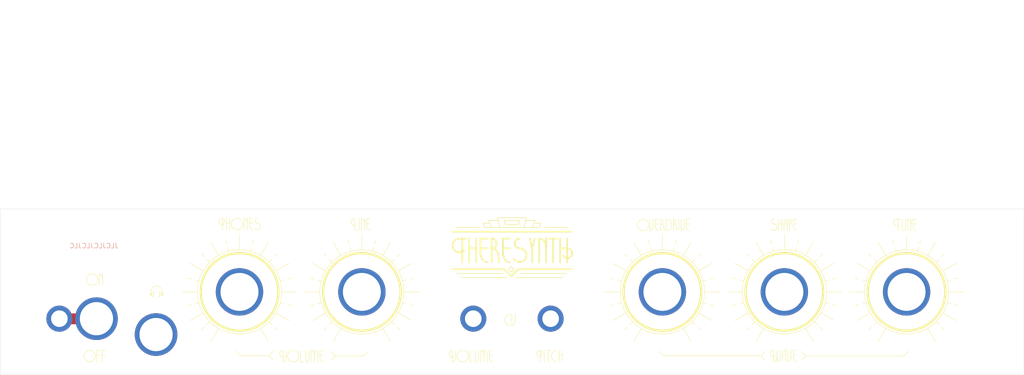
<source format=kicad_pcb>
(kicad_pcb (version 20171130) (host pcbnew 5.1.5-5.1.5)

  (general
    (thickness 1.6)
    (drawings 549)
    (tracks 0)
    (zones 0)
    (modules 10)
    (nets 1)
  )

  (page A4)
  (layers
    (0 F.Cu signal)
    (31 B.Cu signal)
    (32 B.Adhes user)
    (33 F.Adhes user)
    (34 B.Paste user)
    (35 F.Paste user)
    (36 B.SilkS user)
    (37 F.SilkS user)
    (38 B.Mask user)
    (39 F.Mask user)
    (40 Dwgs.User user)
    (41 Cmts.User user)
    (42 Eco1.User user)
    (43 Eco2.User user)
    (44 Edge.Cuts user)
    (45 Margin user)
    (46 B.CrtYd user)
    (47 F.CrtYd user)
    (48 B.Fab user)
    (49 F.Fab user)
  )

  (setup
    (last_trace_width 0.25)
    (trace_clearance 0.2)
    (zone_clearance 0.508)
    (zone_45_only no)
    (trace_min 0.2)
    (via_size 0.8)
    (via_drill 0.4)
    (via_min_size 0.4)
    (via_min_drill 0.3)
    (uvia_size 0.3)
    (uvia_drill 0.1)
    (uvias_allowed no)
    (uvia_min_size 0.2)
    (uvia_min_drill 0.1)
    (edge_width 0.05)
    (segment_width 0.2)
    (pcb_text_width 0.3)
    (pcb_text_size 1.5 1.5)
    (mod_edge_width 0.12)
    (mod_text_size 1 1)
    (mod_text_width 0.15)
    (pad_size 5.5 5.5)
    (pad_drill 3.5)
    (pad_to_mask_clearance 0.051)
    (solder_mask_min_width 0.25)
    (aux_axis_origin 0 0)
    (grid_origin 44 129.47)
    (visible_elements FFFFFF7F)
    (pcbplotparams
      (layerselection 0x010fc_ffffffff)
      (usegerberextensions false)
      (usegerberattributes false)
      (usegerberadvancedattributes false)
      (creategerberjobfile false)
      (excludeedgelayer true)
      (linewidth 0.100000)
      (plotframeref false)
      (viasonmask false)
      (mode 1)
      (useauxorigin false)
      (hpglpennumber 1)
      (hpglpenspeed 20)
      (hpglpendiameter 15.000000)
      (psnegative false)
      (psa4output false)
      (plotreference true)
      (plotvalue true)
      (plotinvisibletext false)
      (padsonsilk false)
      (subtractmaskfromsilk false)
      (outputformat 1)
      (mirror false)
      (drillshape 1)
      (scaleselection 1)
      (outputdirectory ""))
  )

  (net 0 "")

  (net_class Default "This is the default net class."
    (clearance 0.2)
    (trace_width 0.25)
    (via_dia 0.8)
    (via_drill 0.4)
    (uvia_dia 0.3)
    (uvia_drill 0.1)
  )

  (net_class Power ""
    (clearance 0.4)
    (trace_width 0.5)
    (via_dia 0.8)
    (via_drill 0.4)
    (uvia_dia 0.3)
    (uvia_drill 0.1)
  )

  (module theresynth-frontpanel:led_panel_hole (layer F.Cu) (tedit 5F917832) (tstamp 5F91CCBB)
    (at 159.1 86.17)
    (fp_text reference REF** (at 0 0.5) (layer F.SilkS) hide
      (effects (font (size 1 1) (thickness 0.15)))
    )
    (fp_text value led_panel_hole (at 0 -0.5) (layer F.Fab) hide
      (effects (font (size 1 1) (thickness 0.15)))
    )
    (pad 1 thru_hole circle (at 0.04 66.98) (size 5.5 5.5) (drill 3.5) (layers *.Cu *.Mask))
  )

  (module theresynth-frontpanel:led_panel_hole (layer F.Cu) (tedit 5F9177DC) (tstamp 5F91CC59)
    (at 142.8 108.47)
    (fp_text reference REF** (at 0 0.5) (layer F.SilkS) hide
      (effects (font (size 1 1) (thickness 0.15)))
    )
    (fp_text value led_panel_hole (at 0 -0.5) (layer F.Fab) hide
      (effects (font (size 1 1) (thickness 0.15)))
    )
    (pad 1 thru_hole circle (at 0.02 44.68) (size 5.5 5.5) (drill 3.5) (layers *.Cu *.Mask))
  )

  (module theresynth-frontpanel:led_panel_hole (layer F.Cu) (tedit 5F917691) (tstamp 5F91C9CB)
    (at 55.5 130.77)
    (fp_text reference REF** (at 0 0.5) (layer F.SilkS) hide
      (effects (font (size 1 1) (thickness 0.15)))
    )
    (fp_text value led_panel_hole (at 0 -0.5) (layer F.Fab) hide
      (effects (font (size 1 1) (thickness 0.15)))
    )
    (pad 1 thru_hole circle (at 0 22.38) (size 5.5 5.5) (drill 3.5) (layers *.Cu *.Mask))
  )

  (module theresynth-frontpanel:stereo_jack_panel_hole (layer F.Cu) (tedit 5F917522) (tstamp 5F91C827)
    (at 63.325 147.5)
    (fp_text reference REF** (at 0 0.5) (layer F.SilkS) hide
      (effects (font (size 1 1) (thickness 0.15)))
    )
    (fp_text value stereo_jack_panel_hole (at 0 -0.5) (layer F.Fab) hide
      (effects (font (size 1 1) (thickness 0.15)))
    )
    (pad 1 thru_hole circle (at 0 5.65) (size 9 9) (drill 7) (layers *.Cu *.Mask))
  )

  (module theresynth-frontpanel:stereo_jack_panel_hole (layer F.Cu) (tedit 5F91732A) (tstamp 5F91C755)
    (at 75.9 147.5)
    (fp_text reference REF** (at 0 0.5) (layer F.SilkS) hide
      (effects (font (size 1 1) (thickness 0.15)))
    )
    (fp_text value stereo_jack_panel_hole (at 0 -0.5) (layer F.Fab) hide
      (effects (font (size 1 1) (thickness 0.15)))
    )
    (pad 1 thru_hole circle (at 0 9) (size 9 9) (drill 7) (layers *.Cu *.Mask))
  )

  (module theresynth-frontpanel:PotentiometerPanel_Hole (layer F.Cu) (tedit 5F907DB2) (tstamp 5F90E4D1)
    (at 234.5 116.47)
    (fp_text reference REF** (at 0 0.5) (layer F.SilkS) hide
      (effects (font (size 1 1) (thickness 0.15)))
    )
    (fp_text value PotentiometerPanel_Hole (at 0 -0.5) (layer F.Fab) hide
      (effects (font (size 1 1) (thickness 0.15)))
    )
    (pad 1 thru_hole circle (at -0.27 31.03) (size 10 10) (drill 8) (layers *.Cu *.Mask))
  )

  (module theresynth-frontpanel:PotentiometerPanel_Hole (layer F.Cu) (tedit 5F907DA9) (tstamp 5F90E4D1)
    (at 208.5 116.47)
    (fp_text reference REF** (at 0 0.5) (layer F.SilkS) hide
      (effects (font (size 1 1) (thickness 0.15)))
    )
    (fp_text value PotentiometerPanel_Hole (at 0 -0.5) (layer F.Fab) hide
      (effects (font (size 1 1) (thickness 0.15)))
    )
    (pad 1 thru_hole circle (at -0.05 31.03) (size 10 10) (drill 8) (layers *.Cu *.Mask))
  )

  (module theresynth-frontpanel:PotentiometerPanel_Hole (layer F.Cu) (tedit 5F907D9D) (tstamp 5F90E4D1)
    (at 183 116.47)
    (fp_text reference REF** (at 0 0.5) (layer F.SilkS) hide
      (effects (font (size 1 1) (thickness 0.15)))
    )
    (fp_text value PotentiometerPanel_Hole (at 0 -0.5) (layer F.Fab) hide
      (effects (font (size 1 1) (thickness 0.15)))
    )
    (pad 1 thru_hole circle (at -0.28 31.03) (size 10 10) (drill 8) (layers *.Cu *.Mask))
  )

  (module theresynth-frontpanel:PotentiometerPanel_Hole (layer F.Cu) (tedit 5F907CFF) (tstamp 5F90E18D)
    (at 119.5 131.97)
    (fp_text reference REF** (at 0 0.5) (layer F.SilkS) hide
      (effects (font (size 1 1) (thickness 0.15)))
    )
    (fp_text value PotentiometerPanel_Hole (at 0 -0.5) (layer F.Fab) hide
      (effects (font (size 1 1) (thickness 0.15)))
    )
    (pad 1 thru_hole circle (at -0.18 15.53) (size 10 10) (drill 8) (layers *.Cu *.Mask))
  )

  (module theresynth-frontpanel:PotentiometerPanel_Hole (layer F.Cu) (tedit 5F907B7D) (tstamp 5F90E0FF)
    (at 93.5 147.5)
    (fp_text reference REF** (at 0 0.5) (layer F.SilkS) hide
      (effects (font (size 1 1) (thickness 0.15)))
    )
    (fp_text value PotentiometerPanel_Hole (at 0 -0.5) (layer F.Fab) hide
      (effects (font (size 1 1) (thickness 0.15)))
    )
    (pad 1 thru_hole circle (at 0 0) (size 10 10) (drill 8) (layers *.Cu *.Mask))
  )

  (gr_text JLCJLCJLCJLC (at 62.8 137.77) (layer B.SilkS)
    (effects (font (size 1 1) (thickness 0.15)) (justify mirror))
  )
  (gr_line (start 82.611304 144.58336) (end 83.37953 144.7894) (layer F.SilkS) (width 0.1) (tstamp 5F94647B))
  (gr_line (start 100.372881 140.647935) (end 99.810675 141.210142) (layer F.SilkS) (width 0.1) (tstamp 5F94647A))
  (gr_line (start 103.980622 153.547979) (end 101.225544 151.956723) (layer F.SilkS) (width 0.1) (tstamp 5F946479))
  (gr_line (start 90.8 137.37) (end 90.594001 136.601794) (layer F.SilkS) (width 0.1) (tstamp 5F946478))
  (gr_line (start 85.533032 139.523522) (end 86.095239 140.085729) (layer F.SilkS) (width 0.1) (tstamp 5F946477))
  (gr_line (start 86.657445 140.647935) (end 87.219651 141.210142) (layer F.SilkS) (width 0.1) (tstamp 5F946476))
  (gr_line (start 102.88356 144.99544) (end 102.115354 145.20146) (layer F.SilkS) (width 0.1) (tstamp 5F946475))
  (gr_line (start 103.651766 150.221887) (end 104.420174 150.427907) (layer F.SilkS) (width 0.1) (tstamp 5F946474))
  (gr_line (start 87.219651 153.801165) (end 86.657445 154.363372) (layer F.SilkS) (width 0.1) (tstamp 5F946473))
  (gr_line (start 97.967344 139.795212) (end 99.557529 137.040134) (layer F.SilkS) (width 0.1) (tstamp 5F946472))
  (gr_circle (center 93.52 147.5) (end 102.4 147.5) (layer F.SilkS) (width 0.1) (tstamp 5F946471))
  (gr_line (start 101.498446 139.523522) (end 100.93628 140.085729) (layer F.SilkS) (width 0.1) (tstamp 5F946470))
  (gr_line (start 103.980622 141.463268) (end 101.225544 143.053472) (layer F.SilkS) (width 0.1) (tstamp 5F94646F))
  (gr_line (start 104.420174 144.58336) (end 103.651766 144.7894) (layer F.SilkS) (width 0.1) (tstamp 5F94646E))
  (gr_line (start 84.147777 144.99544) (end 84.916023 145.20146) (layer F.SilkS) (width 0.1) (tstamp 5F94646D))
  (gr_line (start 102.115354 149.809807) (end 102.88356 150.015847) (layer F.SilkS) (width 0.1) (tstamp 5F94646C))
  (gr_line (start 83.37953 150.221887) (end 82.611304 150.427907) (layer F.SilkS) (width 0.1) (tstamp 5F94646B))
  (gr_line (start 96.025357 138.137196) (end 95.819337 138.905402) (layer F.SilkS) (width 0.1) (tstamp 5F94646A))
  (gr_line (start 81.41896 147.505088) (end 84.599248 147.505088) (layer F.SilkS) (width 0.1) (tstamp 5F946469))
  (gr_line (start 91.21099 138.906413) (end 91.00495 138.138207) (layer F.SilkS) (width 0.1) (tstamp 5F946468))
  (gr_line (start 93.515708 135.421509) (end 93.515708 138.603008) (layer F.SilkS) (width 0.1) (tstamp 5F946467))
  (gr_line (start 85.804823 143.054563) (end 83.049664 141.463268) (layer F.SilkS) (width 0.1) (tstamp 5F946466))
  (gr_line (start 99.557529 157.971132) (end 97.967344 155.215973) (layer F.SilkS) (width 0.1) (tstamp 5F946465))
  (gr_line (start 100.93628 154.925578) (end 101.498446 155.487764) (layer F.SilkS) (width 0.1) (tstamp 5F946464))
  (gr_line (start 86.095239 154.925578) (end 85.533032 155.487764) (layer F.SilkS) (width 0.1) (tstamp 5F946463))
  (gr_line (start 96.437437 136.601794) (end 96.231397 137.37) (layer F.SilkS) (width 0.1) (tstamp 5F946462))
  (gr_line (start 85.804823 151.956723) (end 83.049685 153.547979) (layer F.SilkS) (width 0.1) (tstamp 5F946461))
  (gr_line (start 84.916023 149.809807) (end 84.147777 150.015847) (layer F.SilkS) (width 0.1) (tstamp 5F946460))
  (gr_line (start 89.064073 139.795212) (end 87.472818 137.040134) (layer F.SilkS) (width 0.1) (tstamp 5F94645F))
  (gr_line (start 102.41896 147.505088) (end 105.599248 147.505088) (layer F.SilkS) (width 0.1) (tstamp 5F94645E))
  (gr_line (start 99.810675 153.801165) (end 100.372881 154.363372) (layer F.SilkS) (width 0.1) (tstamp 5F94645D))
  (gr_line (start 87.472818 157.971132) (end 89.064073 155.215973) (layer F.SilkS) (width 0.1) (tstamp 5F94645C))
  (gr_circle (center 93.52 147.5) (end 101.7 147.5) (layer F.SilkS) (width 0.5) (tstamp 5F94645B))
  (gr_line (start 107.21896 147.505088) (end 110.399248 147.505088) (layer F.SilkS) (width 0.1) (tstamp 5F946458))
  (gr_circle (center 119.32 147.5) (end 127.5 147.5) (layer F.SilkS) (width 0.5) (tstamp 5F9463F7))
  (gr_line (start 129.780622 153.547979) (end 127.025544 151.956723) (layer F.SilkS) (width 0.1) (tstamp 5F9463F6))
  (gr_line (start 125.357529 157.971132) (end 123.767344 155.215973) (layer F.SilkS) (width 0.1) (tstamp 5F9463F5))
  (gr_line (start 111.604823 151.956723) (end 108.849685 153.547979) (layer F.SilkS) (width 0.1) (tstamp 5F9463F4))
  (gr_line (start 128.21896 147.505088) (end 131.399248 147.505088) (layer F.SilkS) (width 0.1) (tstamp 5F9463F3))
  (gr_line (start 123.767344 139.795212) (end 125.357529 137.040134) (layer F.SilkS) (width 0.1) (tstamp 5F9463F2))
  (gr_line (start 114.864073 139.795212) (end 113.272818 137.040134) (layer F.SilkS) (width 0.1) (tstamp 5F9463F1))
  (gr_line (start 117.01099 138.906413) (end 116.80495 138.138207) (layer F.SilkS) (width 0.1) (tstamp 5F9463F0))
  (gr_line (start 109.17953 150.221887) (end 108.411304 150.427907) (layer F.SilkS) (width 0.1) (tstamp 5F9463EF))
  (gr_line (start 109.947777 144.99544) (end 110.716023 145.20146) (layer F.SilkS) (width 0.1) (tstamp 5F9463EE))
  (gr_line (start 113.272818 157.971132) (end 114.864073 155.215973) (layer F.SilkS) (width 0.1) (tstamp 5F9463ED))
  (gr_line (start 130.220174 144.58336) (end 129.451766 144.7894) (layer F.SilkS) (width 0.1) (tstamp 5F9463EC))
  (gr_line (start 128.68356 144.99544) (end 127.915354 145.20146) (layer F.SilkS) (width 0.1) (tstamp 5F9463EB))
  (gr_line (start 127.915354 149.809807) (end 128.68356 150.015847) (layer F.SilkS) (width 0.1) (tstamp 5F9463EA))
  (gr_line (start 122.237437 136.601794) (end 122.031397 137.37) (layer F.SilkS) (width 0.1) (tstamp 5F9463E9))
  (gr_line (start 121.825357 138.137196) (end 121.619337 138.905402) (layer F.SilkS) (width 0.1) (tstamp 5F9463E8))
  (gr_line (start 119.315708 135.421509) (end 119.315708 138.603008) (layer F.SilkS) (width 0.1) (tstamp 5F9463E7))
  (gr_line (start 111.895239 154.925578) (end 111.333032 155.487764) (layer F.SilkS) (width 0.1) (tstamp 5F9463E6))
  (gr_line (start 110.716023 149.809807) (end 109.947777 150.015847) (layer F.SilkS) (width 0.1) (tstamp 5F9463E5))
  (gr_line (start 125.610675 153.801165) (end 126.172881 154.363372) (layer F.SilkS) (width 0.1) (tstamp 5F9463E4))
  (gr_line (start 113.019651 153.801165) (end 112.457445 154.363372) (layer F.SilkS) (width 0.1) (tstamp 5F9463E3))
  (gr_line (start 126.73628 154.925578) (end 127.298446 155.487764) (layer F.SilkS) (width 0.1) (tstamp 5F9463E2))
  (gr_line (start 111.604823 143.054563) (end 108.849664 141.463268) (layer F.SilkS) (width 0.1) (tstamp 5F9463E1))
  (gr_line (start 112.457445 140.647935) (end 113.019651 141.210142) (layer F.SilkS) (width 0.1) (tstamp 5F9463E0))
  (gr_line (start 129.451766 150.221887) (end 130.220174 150.427907) (layer F.SilkS) (width 0.1) (tstamp 5F9463DF))
  (gr_line (start 129.780622 141.463268) (end 127.025544 143.053472) (layer F.SilkS) (width 0.1) (tstamp 5F9463DE))
  (gr_line (start 111.333032 139.523522) (end 111.895239 140.085729) (layer F.SilkS) (width 0.1) (tstamp 5F9463DD))
  (gr_line (start 127.298446 139.523522) (end 126.73628 140.085729) (layer F.SilkS) (width 0.1) (tstamp 5F9463DC))
  (gr_line (start 126.172881 140.647935) (end 125.610675 141.210142) (layer F.SilkS) (width 0.1) (tstamp 5F9463DB))
  (gr_circle (center 119.32 147.5) (end 128.2 147.5) (layer F.SilkS) (width 0.1) (tstamp 5F9463DA))
  (gr_line (start 108.411304 144.58336) (end 109.17953 144.7894) (layer F.SilkS) (width 0.1) (tstamp 5F9463D9))
  (gr_line (start 116.6 137.37) (end 116.394001 136.601794) (layer F.SilkS) (width 0.1) (tstamp 5F9463D8))
  (gr_circle (center 234.23 147.5) (end 242.41 147.5) (layer F.SilkS) (width 0.5) (tstamp 5F9462B4))
  (gr_line (start 244.710622 153.537979) (end 241.955544 151.946723) (layer F.SilkS) (width 0.1) (tstamp 5F9462B3))
  (gr_line (start 240.287529 157.961132) (end 238.697344 155.205973) (layer F.SilkS) (width 0.1) (tstamp 5F9462B2))
  (gr_line (start 226.534823 151.946723) (end 223.779685 153.537979) (layer F.SilkS) (width 0.1) (tstamp 5F9462B1))
  (gr_line (start 243.14896 147.495088) (end 246.329248 147.495088) (layer F.SilkS) (width 0.1) (tstamp 5F9462B0))
  (gr_line (start 238.697344 139.785212) (end 240.287529 137.030134) (layer F.SilkS) (width 0.1) (tstamp 5F9462AF))
  (gr_line (start 229.794073 139.785212) (end 228.202818 137.030134) (layer F.SilkS) (width 0.1) (tstamp 5F9462AE))
  (gr_line (start 231.94099 138.896413) (end 231.73495 138.128207) (layer F.SilkS) (width 0.1) (tstamp 5F9462AD))
  (gr_line (start 224.10953 150.211887) (end 223.341304 150.417907) (layer F.SilkS) (width 0.1) (tstamp 5F9462AC))
  (gr_line (start 224.877777 144.98544) (end 225.646023 145.19146) (layer F.SilkS) (width 0.1) (tstamp 5F9462AB))
  (gr_line (start 228.202818 157.961132) (end 229.794073 155.205973) (layer F.SilkS) (width 0.1) (tstamp 5F9462AA))
  (gr_line (start 245.150174 144.57336) (end 244.381766 144.7794) (layer F.SilkS) (width 0.1) (tstamp 5F9462A9))
  (gr_line (start 243.61356 144.98544) (end 242.845354 145.19146) (layer F.SilkS) (width 0.1) (tstamp 5F9462A8))
  (gr_line (start 242.845354 149.799807) (end 243.61356 150.005847) (layer F.SilkS) (width 0.1) (tstamp 5F9462A7))
  (gr_line (start 237.167437 136.591794) (end 236.961397 137.36) (layer F.SilkS) (width 0.1) (tstamp 5F9462A6))
  (gr_line (start 236.755357 138.127196) (end 236.549337 138.895402) (layer F.SilkS) (width 0.1) (tstamp 5F9462A5))
  (gr_line (start 234.245708 135.411509) (end 234.245708 138.593008) (layer F.SilkS) (width 0.1) (tstamp 5F9462A4))
  (gr_line (start 226.825239 154.915578) (end 226.263032 155.477764) (layer F.SilkS) (width 0.1) (tstamp 5F9462A3))
  (gr_line (start 225.646023 149.799807) (end 224.877777 150.005847) (layer F.SilkS) (width 0.1) (tstamp 5F9462A2))
  (gr_line (start 240.540675 153.791165) (end 241.102881 154.353372) (layer F.SilkS) (width 0.1) (tstamp 5F9462A1))
  (gr_line (start 227.949651 153.791165) (end 227.387445 154.353372) (layer F.SilkS) (width 0.1) (tstamp 5F9462A0))
  (gr_line (start 241.66628 154.915578) (end 242.228446 155.477764) (layer F.SilkS) (width 0.1) (tstamp 5F94629F))
  (gr_line (start 226.534823 143.044563) (end 223.779664 141.453268) (layer F.SilkS) (width 0.1) (tstamp 5F94629E))
  (gr_line (start 227.387445 140.637935) (end 227.949651 141.200142) (layer F.SilkS) (width 0.1) (tstamp 5F94629D))
  (gr_line (start 244.381766 150.211887) (end 245.150174 150.417907) (layer F.SilkS) (width 0.1) (tstamp 5F94629C))
  (gr_line (start 222.161 147.495088) (end 225.342478 147.495088) (layer F.SilkS) (width 0.1) (tstamp 5F94629B))
  (gr_line (start 244.710622 141.453268) (end 241.955544 143.043472) (layer F.SilkS) (width 0.1) (tstamp 5F94629A))
  (gr_line (start 226.263032 139.513522) (end 226.825239 140.075729) (layer F.SilkS) (width 0.1) (tstamp 5F946299))
  (gr_line (start 242.228446 139.513522) (end 241.66628 140.075729) (layer F.SilkS) (width 0.1) (tstamp 5F946298))
  (gr_line (start 241.102881 140.637935) (end 240.540675 141.200142) (layer F.SilkS) (width 0.1) (tstamp 5F946297))
  (gr_circle (center 234.23 147.5) (end 243.11 147.5) (layer F.SilkS) (width 0.1) (tstamp 5F946296))
  (gr_line (start 223.341304 144.57336) (end 224.10953 144.7794) (layer F.SilkS) (width 0.1) (tstamp 5F946295))
  (gr_line (start 231.53 137.36) (end 231.324001 136.591794) (layer F.SilkS) (width 0.1) (tstamp 5F946294))
  (gr_circle (center 208.45 147.49) (end 216.63 147.49) (layer F.SilkS) (width 0.5) (tstamp 5F9462B4))
  (gr_line (start 218.960622 153.537979) (end 216.205544 151.946723) (layer F.SilkS) (width 0.1) (tstamp 5F9462B3))
  (gr_line (start 214.537529 157.961132) (end 212.947344 155.205973) (layer F.SilkS) (width 0.1) (tstamp 5F9462B2))
  (gr_line (start 200.784823 151.946723) (end 198.029685 153.537979) (layer F.SilkS) (width 0.1) (tstamp 5F9462B1))
  (gr_line (start 217.39896 147.495088) (end 220.579248 147.495088) (layer F.SilkS) (width 0.1) (tstamp 5F9462B0))
  (gr_line (start 212.947344 139.785212) (end 214.537529 137.030134) (layer F.SilkS) (width 0.1) (tstamp 5F9462AF))
  (gr_line (start 204.044073 139.785212) (end 202.452818 137.030134) (layer F.SilkS) (width 0.1) (tstamp 5F9462AE))
  (gr_line (start 206.19099 138.896413) (end 205.98495 138.128207) (layer F.SilkS) (width 0.1) (tstamp 5F9462AD))
  (gr_line (start 198.35953 150.211887) (end 197.591304 150.417907) (layer F.SilkS) (width 0.1) (tstamp 5F9462AC))
  (gr_line (start 199.127777 144.98544) (end 199.896023 145.19146) (layer F.SilkS) (width 0.1) (tstamp 5F9462AB))
  (gr_line (start 202.452818 157.961132) (end 204.044073 155.205973) (layer F.SilkS) (width 0.1) (tstamp 5F9462AA))
  (gr_line (start 219.400174 144.57336) (end 218.631766 144.7794) (layer F.SilkS) (width 0.1) (tstamp 5F9462A9))
  (gr_line (start 217.86356 144.98544) (end 217.095354 145.19146) (layer F.SilkS) (width 0.1) (tstamp 5F9462A8))
  (gr_line (start 217.095354 149.799807) (end 217.86356 150.005847) (layer F.SilkS) (width 0.1) (tstamp 5F9462A7))
  (gr_line (start 211.417437 136.591794) (end 211.211397 137.36) (layer F.SilkS) (width 0.1) (tstamp 5F9462A6))
  (gr_line (start 211.005357 138.127196) (end 210.799337 138.895402) (layer F.SilkS) (width 0.1) (tstamp 5F9462A5))
  (gr_line (start 208.495708 135.411509) (end 208.495708 138.593008) (layer F.SilkS) (width 0.1) (tstamp 5F9462A4))
  (gr_line (start 201.075239 154.915578) (end 200.513032 155.477764) (layer F.SilkS) (width 0.1) (tstamp 5F9462A3))
  (gr_line (start 199.896023 149.799807) (end 199.127777 150.005847) (layer F.SilkS) (width 0.1) (tstamp 5F9462A2))
  (gr_line (start 214.790675 153.791165) (end 215.352881 154.353372) (layer F.SilkS) (width 0.1) (tstamp 5F9462A1))
  (gr_line (start 202.199651 153.791165) (end 201.637445 154.353372) (layer F.SilkS) (width 0.1) (tstamp 5F9462A0))
  (gr_line (start 215.91628 154.915578) (end 216.478446 155.477764) (layer F.SilkS) (width 0.1) (tstamp 5F94629F))
  (gr_line (start 200.784823 143.044563) (end 198.029664 141.453268) (layer F.SilkS) (width 0.1) (tstamp 5F94629E))
  (gr_line (start 201.637445 140.637935) (end 202.199651 141.200142) (layer F.SilkS) (width 0.1) (tstamp 5F94629D))
  (gr_line (start 218.631766 150.211887) (end 219.400174 150.417907) (layer F.SilkS) (width 0.1) (tstamp 5F94629C))
  (gr_line (start 196.411 147.495088) (end 199.592478 147.495088) (layer F.SilkS) (width 0.1) (tstamp 5F94629B))
  (gr_line (start 218.960622 141.453268) (end 216.205544 143.043472) (layer F.SilkS) (width 0.1) (tstamp 5F94629A))
  (gr_line (start 200.513032 139.513522) (end 201.075239 140.075729) (layer F.SilkS) (width 0.1) (tstamp 5F946299))
  (gr_line (start 216.478446 139.513522) (end 215.91628 140.075729) (layer F.SilkS) (width 0.1) (tstamp 5F946298))
  (gr_line (start 215.352881 140.637935) (end 214.790675 141.200142) (layer F.SilkS) (width 0.1) (tstamp 5F946297))
  (gr_circle (center 208.45 147.49) (end 217.33 147.49) (layer F.SilkS) (width 0.1) (tstamp 5F946296))
  (gr_line (start 197.591304 144.57336) (end 198.35953 144.7794) (layer F.SilkS) (width 0.1) (tstamp 5F946295))
  (gr_line (start 205.78 137.36) (end 205.574001 136.591794) (layer F.SilkS) (width 0.1) (tstamp 5F946294))
  (gr_circle (center 182.72 147.5) (end 190.9 147.5) (layer F.SilkS) (width 0.5) (tstamp 5F9461EF))
  (gr_circle (center 182.72 147.5) (end 191.6 147.5) (layer F.SilkS) (width 0.1))
  (gr_line (start 193.180622 153.547979) (end 190.425544 151.956723) (layer F.SilkS) (width 0.1))
  (gr_line (start 188.757529 157.971132) (end 187.167344 155.215973) (layer F.SilkS) (width 0.1))
  (gr_line (start 175.004823 151.956723) (end 172.249685 153.547979) (layer F.SilkS) (width 0.1))
  (gr_line (start 191.61896 147.505088) (end 194.799248 147.505088) (layer F.SilkS) (width 0.1))
  (gr_line (start 187.167344 139.795212) (end 188.757529 137.040134) (layer F.SilkS) (width 0.1))
  (gr_line (start 178.264073 139.795212) (end 176.672818 137.040134) (layer F.SilkS) (width 0.1))
  (gr_line (start 180.41099 138.906413) (end 180.20495 138.138207) (layer F.SilkS) (width 0.1))
  (gr_line (start 172.57953 150.221887) (end 171.811304 150.427907) (layer F.SilkS) (width 0.1))
  (gr_line (start 173.347777 144.99544) (end 174.116023 145.20146) (layer F.SilkS) (width 0.1))
  (gr_line (start 176.672818 157.971132) (end 178.264073 155.215973) (layer F.SilkS) (width 0.1))
  (gr_line (start 193.620174 144.58336) (end 192.851766 144.7894) (layer F.SilkS) (width 0.1))
  (gr_line (start 192.08356 144.99544) (end 191.315354 145.20146) (layer F.SilkS) (width 0.1))
  (gr_line (start 191.315354 149.809807) (end 192.08356 150.015847) (layer F.SilkS) (width 0.1))
  (gr_line (start 185.637437 136.601794) (end 185.431397 137.37) (layer F.SilkS) (width 0.1))
  (gr_line (start 185.225357 138.137196) (end 185.019337 138.905402) (layer F.SilkS) (width 0.1))
  (gr_line (start 182.715708 135.421509) (end 182.715708 138.603008) (layer F.SilkS) (width 0.1))
  (gr_line (start 175.295239 154.925578) (end 174.733032 155.487764) (layer F.SilkS) (width 0.1))
  (gr_line (start 174.116023 149.809807) (end 173.347777 150.015847) (layer F.SilkS) (width 0.1))
  (gr_line (start 189.010675 153.801165) (end 189.572881 154.363372) (layer F.SilkS) (width 0.1))
  (gr_line (start 176.419651 153.801165) (end 175.857445 154.363372) (layer F.SilkS) (width 0.1))
  (gr_line (start 190.13628 154.925578) (end 190.698446 155.487764) (layer F.SilkS) (width 0.1))
  (gr_line (start 175.004823 143.054563) (end 172.249664 141.463268) (layer F.SilkS) (width 0.1))
  (gr_line (start 175.857445 140.647935) (end 176.419651 141.210142) (layer F.SilkS) (width 0.1))
  (gr_line (start 192.851766 150.221887) (end 193.620174 150.427907) (layer F.SilkS) (width 0.1))
  (gr_line (start 170.631 147.505088) (end 173.812478 147.505088) (layer F.SilkS) (width 0.1))
  (gr_line (start 193.180622 141.463268) (end 190.425544 143.053472) (layer F.SilkS) (width 0.1))
  (gr_line (start 174.733032 139.523522) (end 175.295239 140.085729) (layer F.SilkS) (width 0.1))
  (gr_line (start 190.698446 139.523522) (end 190.13628 140.085729) (layer F.SilkS) (width 0.1))
  (gr_line (start 189.572881 140.647935) (end 189.010675 141.210142) (layer F.SilkS) (width 0.1))
  (gr_line (start 171.811304 144.58336) (end 172.57953 144.7894) (layer F.SilkS) (width 0.1))
  (gr_line (start 180 137.37) (end 179.794001 136.601794) (layer F.SilkS) (width 0.1))
  (gr_line (start 182.892126 160.97) (end 181.9 159.977874) (layer F.SilkS) (width 0.1) (tstamp 5F9301D3))
  (gr_line (start 204.50433 159.97811) (end 203.512204 160.970236) (layer F.SilkS) (width 0.1) (tstamp 5F9301D2))
  (gr_line (start 197.559447 160.970236) (end 197.559447 160.970236) (layer F.SilkS) (width 0.1) (tstamp 5F9301D1))
  (gr_line (start 203.512204 160.970236) (end 182.892126 160.970236) (layer F.SilkS) (width 0.1) (tstamp 5F9301D0))
  (gr_line (start 203.512204 160.970236) (end 204.50433 161.962362) (layer F.SilkS) (width 0.1) (tstamp 5F9301CF))
  (gr_line (start 233.707874 160.993858) (end 234.7 160.001732) (layer F.SilkS) (width 0.1) (tstamp 5F9301C9))
  (gr_line (start 218.912204 160.993858) (end 218.912204 160.993858) (layer F.SilkS) (width 0.1) (tstamp 5F9301C8))
  (gr_line (start 212.959447 160.993858) (end 233.707874 160.993858) (layer F.SilkS) (width 0.1) (tstamp 5F9301C7))
  (gr_line (start 212.959447 160.993858) (end 211.967321 161.985984) (layer F.SilkS) (width 0.1) (tstamp 5F9301C6))
  (gr_line (start 211.967321 160.001732) (end 212.959447 160.993858) (layer F.SilkS) (width 0.1) (tstamp 5F9301C5))
  (gr_curve (pts (xy 145.076378 159.86) (xy 145.501574 159.86) (xy 145.785039 160.285197) (xy 145.785039 160.852126)) (layer F.SilkS) (width 0.1) (tstamp 5F9300F1))
  (gr_line (start 144.367716 162.269449) (end 144.367716 159.86) (layer F.SilkS) (width 0.1) (tstamp 5F9300F0))
  (gr_line (start 143.942352 161.94259) (end 143.942494 161.943865) (layer F.SilkS) (width 0.1) (tstamp 5F9300EF))
  (gr_line (start 143.233858 161.943724) (end 143.233971 161.94259) (layer F.SilkS) (width 0.1) (tstamp 5F9300EE))
  (gr_curve (pts (xy 146.918897 162.251732) (xy 146.4937 162.251732) (xy 146.210236 161.826535) (xy 146.210236 161.259606)) (layer F.SilkS) (width 0.1) (tstamp 5F9300ED))
  (gr_line (start 145.076378 162.269449) (end 145.076378 159.86) (layer F.SilkS) (width 0.1) (tstamp 5F9300EC))
  (gr_curve (pts (xy 138.415193 159.860955) (xy 138.122708 159.860955) (xy 137.861454 160.043887) (xy 137.761419 160.318732)) (layer F.SilkS) (width 0.1) (tstamp 5F9300EB))
  (gr_curve (pts (xy 144.367716 159.86) (xy 144.792913 159.86) (xy 145.076378 160.285197) (xy 145.076378 160.852126)) (layer F.SilkS) (width 0.1) (tstamp 5F9300EA))
  (gr_line (start 143.942494 161.943865) (end 143.942494 159.860044) (layer F.SilkS) (width 0.1) (tstamp 5F9300E9))
  (gr_line (start 146.918897 160.852126) (end 146.210236 160.852126) (layer F.SilkS) (width 0.1) (tstamp 5F9300E8))
  (gr_line (start 139.395799 161.061067) (end 139.395799 161.061067) (layer F.SilkS) (width 0.1) (tstamp 5F9300E7))
  (gr_line (start 139.123622 161.277323) (end 139.123622 159.86) (layer F.SilkS) (width 0.1) (tstamp 5F9300E6))
  (gr_curve (pts (xy 139.996667 160.020335) (xy 139.624848 160.235004) (xy 139.395799 160.631729) (xy 139.395799 161.061067)) (layer F.SilkS) (width 0.1) (tstamp 5F9300E5))
  (gr_curve (pts (xy 141.198401 160.020335) (xy 140.826583 159.805665) (xy 140.368485 159.805665) (xy 139.996667 160.020335)) (layer F.SilkS) (width 0.1) (tstamp 5F9300E4))
  (gr_curve (pts (xy 139.395799 161.061067) (xy 139.395799 161.490406) (xy 139.624848 161.887131) (xy 139.996667 162.1018)) (layer F.SilkS) (width 0.1) (tstamp 5F9300E3))
  (gr_line (start 138.41496 159.86) (end 138.41496 162.269449) (layer F.SilkS) (width 0.1) (tstamp 5F9300E2))
  (gr_line (start 146.210236 159.86) (end 146.918897 159.86) (layer F.SilkS) (width 0.1) (tstamp 5F9300E1))
  (gr_line (start 146.210236 161.259606) (end 146.210236 159.86) (layer F.SilkS) (width 0.1) (tstamp 5F9300E0))
  (gr_line (start 145.785039 160.852126) (end 145.785039 162.269449) (layer F.SilkS) (width 0.1) (tstamp 5F9300DF))
  (gr_curve (pts (xy 138.41496 162.269449) (xy 138.840157 162.269449) (xy 139.123622 161.844252) (xy 139.123622 161.277323)) (layer F.SilkS) (width 0.1) (tstamp 5F9300DE))
  (gr_curve (pts (xy 137.967985 161.089648) (xy 138.192041 161.277653) (xy 138.509759 161.30545) (xy 138.763058 161.159209)) (layer F.SilkS) (width 0.1) (tstamp 5F9300DD))
  (gr_curve (pts (xy 143.411067 162.226524) (xy 143.520655 162.28509) (xy 143.655669 162.28509) (xy 143.765256 162.226524)) (layer F.SilkS) (width 0.1) (tstamp 5F9300DC))
  (gr_curve (pts (xy 143.233971 161.94259) (xy 143.233971 162.059723) (xy 143.30148 162.167958) (xy 143.411067 162.226524)) (layer F.SilkS) (width 0.1) (tstamp 5F9300DB))
  (gr_curve (pts (xy 139.996667 162.1018) (xy 140.368485 162.31647) (xy 140.826583 162.31647) (xy 141.198401 162.1018)) (layer F.SilkS) (width 0.1) (tstamp 5F9300DA))
  (gr_line (start 143.233858 159.86) (end 143.233858 161.943724) (layer F.SilkS) (width 0.1) (tstamp 5F9300D9))
  (gr_curve (pts (xy 143.765256 162.226524) (xy 143.874844 162.167958) (xy 143.942352 162.059723) (xy 143.942352 161.94259)) (layer F.SilkS) (width 0.1) (tstamp 5F9300D8))
  (gr_curve (pts (xy 141.799269 161.061067) (xy 141.799269 160.631729) (xy 141.57022 160.235004) (xy 141.198401 160.020335)) (layer F.SilkS) (width 0.1) (tstamp 5F9300D7))
  (gr_curve (pts (xy 141.198401 162.1018) (xy 141.57022 161.887131) (xy 141.799269 161.490406) (xy 141.799269 161.061067)) (layer F.SilkS) (width 0.1) (tstamp 5F9300D6))
  (gr_curve (pts (xy 137.761419 160.318732) (xy 137.661383 160.593577) (xy 137.743929 160.901642) (xy 137.967985 161.089648)) (layer F.SilkS) (width 0.1) (tstamp 5F9300D5))
  (gr_line (start 142.1 162.269449) (end 142.808661 162.269449) (layer F.SilkS) (width 0.1) (tstamp 5F9300D4))
  (gr_line (start 142.1 159.86) (end 142.1 162.269449) (layer F.SilkS) (width 0.1) (tstamp 5F9300D3))
  (gr_line (start 209.483072 132.16) (end 209.483072 132.16) (layer F.SilkS) (width 0.1))
  (gr_line (start 209.483072 134.569449) (end 209.483072 132.16) (layer F.SilkS) (width 0.1))
  (gr_curve (pts (xy 211.042124 134.551732) (xy 210.616927 134.551732) (xy 210.333463 134.126535) (xy 210.333463 133.559606)) (layer F.SilkS) (width 0.1))
  (gr_curve (pts (xy 209.978578 132.656617) (xy 209.978578 132.930278) (xy 209.756733 133.152126) (xy 209.483072 133.152126)) (layer F.SilkS) (width 0.1))
  (gr_curve (pts (xy 209.483072 132.16) (xy 209.756733 132.16) (xy 209.978578 132.382955) (xy 209.978578 132.656617)) (layer F.SilkS) (width 0.1))
  (gr_line (start 209.057875 133.152126) (end 208.349214 133.152126) (layer F.SilkS) (width 0.1))
  (gr_curve (pts (xy 91.762798 133.188884) (xy 91.762798 133.618223) (xy 91.991848 134.014948) (xy 92.363666 134.229617)) (layer F.SilkS) (width 0.1))
  (gr_line (start 91.477559 132.97496) (end 90.768897 132.97496) (layer F.SilkS) (width 0.1))
  (gr_line (start 90.768897 134.392283) (end 90.768897 131.982834) (layer F.SilkS) (width 0.1))
  (gr_line (start 181.951574 133.169842) (end 181.242913 133.169842) (layer F.SilkS) (width 0.1))
  (gr_line (start 181.242913 132.177716) (end 181.951574 132.177716) (layer F.SilkS) (width 0.1))
  (gr_line (start 181.242913 133.577323) (end 181.242913 132.177716) (layer F.SilkS) (width 0.1))
  (gr_line (start 121.031889 133.07496) (end 120.323228 133.07496) (layer F.SilkS) (width 0.1))
  (gr_line (start 120.323228 132.082834) (end 121.031889 132.082834) (layer F.SilkS) (width 0.1))
  (gr_line (start 120.323228 133.482441) (end 120.323228 132.082834) (layer F.SilkS) (width 0.1))
  (gr_curve (pts (xy 117.323413 133.317038) (xy 117.54747 133.505043) (xy 117.865188 133.53284) (xy 118.118487 133.386597)) (layer F.SilkS) (width 0.1))
  (gr_curve (pts (xy 117.116847 132.546122) (xy 117.016811 132.820967) (xy 117.099357 133.129032) (xy 117.323413 133.317038)) (layer F.SilkS) (width 0.1))
  (gr_curve (pts (xy 117.770621 132.088344) (xy 117.478136 132.088344) (xy 117.216883 132.271276) (xy 117.116847 132.546122)) (layer F.SilkS) (width 0.1))
  (gr_line (start 65.247639 160.82496) (end 64.538976 160.82496) (layer F.SilkS) (width 0.1))
  (gr_line (start 64.538976 159.832834) (end 65.247639 159.832834) (layer F.SilkS) (width 0.1))
  (gr_line (start 64.538976 162.242283) (end 64.538976 159.832834) (layer F.SilkS) (width 0.1))
  (gr_line (start 64.113779 160.82496) (end 63.405118 160.82496) (layer F.SilkS) (width 0.1))
  (gr_curve (pts (xy 186.62874 134.587165) (xy 187.053937 134.587165) (xy 187.337401 134.161968) (xy 187.337401 133.595039)) (layer F.SilkS) (width 0.1))
  (gr_line (start 186.203543 134.587165) (end 186.203543 132.177716) (layer F.SilkS) (width 0.1))
  (gr_line (start 185.778346 134.161968) (end 185.778346 134.587165) (layer F.SilkS) (width 0.1))
  (gr_curve (pts (xy 61.913181 159.837149) (xy 61.249482 159.837149) (xy 60.711447 160.375184) (xy 60.711446 161.038884)) (layer F.SilkS) (width 0.1))
  (gr_curve (pts (xy 63.114916 161.038884) (xy 63.114916 160.375184) (xy 62.576881 159.837149) (xy 61.913181 159.837149)) (layer F.SilkS) (width 0.1))
  (gr_curve (pts (xy 62.514049 162.079617) (xy 62.885867 161.864948) (xy 63.114916 161.468223) (xy 63.114916 161.038884)) (layer F.SilkS) (width 0.1))
  (gr_curve (pts (xy 61.312314 162.079617) (xy 61.684132 162.294286) (xy 62.142231 162.294286) (xy 62.514049 162.079617)) (layer F.SilkS) (width 0.1))
  (gr_curve (pts (xy 180.109055 134.587165) (xy 180.534252 134.587165) (xy 180.817716 134.161968) (xy 180.817716 133.595039)) (layer F.SilkS) (width 0.1))
  (gr_line (start 177.420611 133.38576) (end 177.420611 133.38576) (layer F.SilkS) (width 0.1))
  (gr_curve (pts (xy 109.326378 159.86) (xy 109.751574 159.86) (xy 110.035039 160.285197) (xy 110.035039 160.852126)) (layer F.SilkS) (width 0.1))
  (gr_line (start 108.617716 162.269449) (end 108.617716 159.86) (layer F.SilkS) (width 0.1))
  (gr_line (start 233.312204 132.16) (end 233.312204 134.243724) (layer F.SilkS) (width 0.1))
  (gr_curve (pts (xy 233.843604 134.526524) (xy 233.953191 134.467958) (xy 234.0207 134.359723) (xy 234.0207 134.24259)) (layer F.SilkS) (width 0.1))
  (gr_curve (pts (xy 233.489412 134.526524) (xy 233.599 134.58509) (xy 233.734017 134.58509) (xy 233.843604 134.526524)) (layer F.SilkS) (width 0.1))
  (gr_line (start 74.655118 148.169055) (end 74.655118 147.88559) (layer F.SilkS) (width 0.1))
  (gr_line (start 77.199677 147.460393) (end 77.199677 148.310787) (layer F.SilkS) (width 0.1))
  (gr_line (start 74.79685 147.460393) (end 74.79685 148.310787) (layer F.SilkS) (width 0.1))
  (gr_line (start 93.759447 160.970236) (end 92.767321 159.97811) (layer F.SilkS) (width 0.1))
  (gr_curve (pts (xy 185.069685 132.177716) (xy 185.343347 132.177717) (xy 185.565194 132.400669) (xy 185.565194 132.674331)) (layer F.SilkS) (width 0.1))
  (gr_line (start 183.510629 134.587165) (end 183.510629 132.177716) (layer F.SilkS) (width 0.1))
  (gr_line (start 117.772047 134.492283) (end 118.480708 134.492283) (layer F.SilkS) (width 0.1))
  (gr_line (start 117.772047 132.082834) (end 117.772047 134.492283) (layer F.SilkS) (width 0.1))
  (gr_curve (pts (xy 121.031889 134.474567) (xy 120.606692 134.474567) (xy 120.323228 134.04937) (xy 120.323228 133.482441)) (layer F.SilkS) (width 0.1))
  (gr_curve (pts (xy 60.711446 161.038884) (xy 60.711446 161.468223) (xy 60.940496 161.864948) (xy 61.312314 162.079617)) (layer F.SilkS) (width 0.1))
  (gr_line (start 64.619685 144.67496) (end 64.619685 146.092283) (layer F.SilkS) (width 0.1))
  (gr_line (start 63.911023 146.092283) (end 63.911023 143.682834) (layer F.SilkS) (width 0.1))
  (gr_curve (pts (xy 63.911023 143.682834) (xy 64.33622 143.682834) (xy 64.619685 144.108031) (xy 64.619685 144.67496)) (layer F.SilkS) (width 0.1))
  (gr_line (start 61.216135 144.888884) (end 61.216135 144.888884) (layer F.SilkS) (width 0.1))
  (gr_line (start 108.192352 161.94259) (end 108.192494 161.943865) (layer F.SilkS) (width 0.1))
  (gr_line (start 107.483858 161.943724) (end 107.483971 161.94259) (layer F.SilkS) (width 0.1))
  (gr_curve (pts (xy 111.168897 162.251732) (xy 110.7437 162.251732) (xy 110.460236 161.826535) (xy 110.460236 161.259606)) (layer F.SilkS) (width 0.1))
  (gr_line (start 109.326378 162.269449) (end 109.326378 159.86) (layer F.SilkS) (width 0.1))
  (gr_curve (pts (xy 102.665193 159.860955) (xy 102.372708 159.860955) (xy 102.111454 160.043887) (xy 102.011419 160.318732)) (layer F.SilkS) (width 0.1))
  (gr_line (start 211.042124 133.152126) (end 210.333463 133.152126) (layer F.SilkS) (width 0.1))
  (gr_line (start 210.333463 132.16) (end 211.042124 132.16) (layer F.SilkS) (width 0.1))
  (gr_line (start 210.333463 133.559606) (end 210.333463 132.16) (layer F.SilkS) (width 0.1))
  (gr_line (start 235.154724 132.16) (end 235.154724 132.16) (layer F.SilkS) (width 0.1))
  (gr_line (start 235.154724 133.152126) (end 235.154724 132.16) (layer F.SilkS) (width 0.1))
  (gr_curve (pts (xy 236.288582 134.551732) (xy 235.863386 134.551732) (xy 235.579921 134.126535) (xy 235.579921 133.559606)) (layer F.SilkS) (width 0.1))
  (gr_line (start 234.020842 134.243865) (end 234.020842 132.160044) (layer F.SilkS) (width 0.1))
  (gr_line (start 234.0207 134.24259) (end 234.020842 134.243865) (layer F.SilkS) (width 0.1))
  (gr_line (start 233.312204 134.243724) (end 233.312318 134.24259) (layer F.SilkS) (width 0.1))
  (gr_line (start 77.348031 148.027323) (end 77.064566 148.027323) (layer F.SilkS) (width 0.1))
  (gr_line (start 77.348031 148.169055) (end 77.348031 147.88559) (layer F.SilkS) (width 0.1))
  (gr_line (start 75.363779 148.594252) (end 74.938582 148.169055) (layer F.SilkS) (width 0.1))
  (gr_line (start 75.363779 147.460393) (end 75.363779 148.594252) (layer F.SilkS) (width 0.1))
  (gr_line (start 74.938582 147.88559) (end 75.363779 147.460393) (layer F.SilkS) (width 0.1))
  (gr_line (start 74.938582 148.169055) (end 74.938582 147.88559) (layer F.SilkS) (width 0.1))
  (gr_line (start 74.655118 148.027323) (end 74.938582 148.027323) (layer F.SilkS) (width 0.1))
  (gr_line (start 236.288582 133.152126) (end 235.579921 133.152126) (layer F.SilkS) (width 0.1))
  (gr_line (start 235.579921 132.16) (end 236.288582 132.16) (layer F.SilkS) (width 0.1))
  (gr_line (start 235.579921 133.559606) (end 235.579921 132.16) (layer F.SilkS) (width 0.1))
  (gr_curve (pts (xy 93.565401 132.148151) (xy 93.193582 131.933482) (xy 92.735484 131.933482) (xy 92.363666 132.148151)) (layer F.SilkS) (width 0.1))
  (gr_curve (pts (xy 94.166268 133.188884) (xy 94.166268 132.759545) (xy 93.937219 132.36282) (xy 93.565401 132.148151)) (layer F.SilkS) (width 0.1))
  (gr_curve (pts (xy 93.565401 134.229617) (xy 93.937219 134.014948) (xy 94.166268 133.618223) (xy 94.166268 133.188884)) (layer F.SilkS) (width 0.1))
  (gr_curve (pts (xy 92.363666 134.229617) (xy 92.735484 134.444286) (xy 93.193582 134.444286) (xy 93.565401 134.229617)) (layer F.SilkS) (width 0.1))
  (gr_curve (pts (xy 206.90839 133.726846) (xy 206.967021 134.059351) (xy 206.778456 134.385955) (xy 206.461184 134.501433)) (layer F.SilkS) (width 0.1))
  (gr_curve (pts (xy 206.223227 133.152126) (xy 206.560863 133.152126) (xy 206.849763 133.394342) (xy 206.90839 133.726846)) (layer F.SilkS) (width 0.1))
  (gr_line (start 97.22891 132.994847) (end 97.22891 132.994847) (layer F.SilkS) (width 0.1))
  (gr_curve (pts (xy 205.735247 132.74266) (xy 205.777004 132.979475) (xy 205.982762 133.152126) (xy 206.223227 133.152126)) (layer F.SilkS) (width 0.1))
  (gr_line (start 208.349214 133.152126) (end 208.349214 134.569448) (layer F.SilkS) (width 0.1))
  (gr_line (start 209.057875 134.569448) (end 209.057875 132.16) (layer F.SilkS) (width 0.1))
  (gr_curve (pts (xy 209.057875 132.16) (xy 208.632678 132.16) (xy 208.349214 132.585196) (xy 208.349214 133.152126)) (layer F.SilkS) (width 0.1))
  (gr_line (start 187.337401 133.595039) (end 187.337401 132.177716) (layer F.SilkS) (width 0.1))
  (gr_curve (pts (xy 188.47126 134.569449) (xy 188.046063 134.569449) (xy 187.762598 134.144252) (xy 187.762598 133.577323)) (layer F.SilkS) (width 0.1))
  (gr_line (start 186.62874 132.177716) (end 186.62874 134.587165) (layer F.SilkS) (width 0.1))
  (gr_line (start 183.085433 134.16197) (end 183.085433 134.587167) (layer F.SilkS) (width 0.1))
  (gr_line (start 182.376771 132.177718) (end 182.376771 132.177718) (layer F.SilkS) (width 0.1))
  (gr_line (start 182.376771 134.587167) (end 182.376771 132.177718) (layer F.SilkS) (width 0.1))
  (gr_curve (pts (xy 178.021478 134.426493) (xy 178.393296 134.641162) (xy 178.851395 134.641162) (xy 179.223213 134.426493)) (layer F.SilkS) (width 0.1))
  (gr_curve (pts (xy 177.420611 133.38576) (xy 177.420611 133.815099) (xy 177.64966 134.211824) (xy 178.021478 134.426493)) (layer F.SilkS) (width 0.1))
  (gr_curve (pts (xy 108.617716 159.86) (xy 109.042913 159.86) (xy 109.326378 160.285197) (xy 109.326378 160.852126)) (layer F.SilkS) (width 0.1))
  (gr_line (start 108.192494 161.943865) (end 108.192494 159.860044) (layer F.SilkS) (width 0.1))
  (gr_line (start 188.47126 133.169842) (end 187.762598 133.169842) (layer F.SilkS) (width 0.1))
  (gr_line (start 187.762598 132.177716) (end 188.47126 132.177716) (layer F.SilkS) (width 0.1))
  (gr_line (start 187.762598 133.577323) (end 187.762598 132.177716) (layer F.SilkS) (width 0.1))
  (gr_curve (pts (xy 233.312318 134.24259) (xy 233.312318 134.359723) (xy 233.379825 134.467958) (xy 233.489412 134.526524)) (layer F.SilkS) (width 0.1))
  (gr_line (start 232.887008 132.16) (end 232.178346 132.16) (layer F.SilkS) (width 0.1))
  (gr_line (start 232.461811 134.569449) (end 232.461811 132.16) (layer F.SilkS) (width 0.1))
  (gr_line (start 76.63937 148.594252) (end 77.064566 148.169055) (layer F.SilkS) (width 0.1))
  (gr_line (start 76.63937 147.460393) (end 76.63937 148.594252) (layer F.SilkS) (width 0.1))
  (gr_line (start 77.064566 147.88559) (end 76.63937 147.460393) (layer F.SilkS) (width 0.1))
  (gr_line (start 77.064566 148.169055) (end 77.064566 147.88559) (layer F.SilkS) (width 0.1))
  (gr_line (start 111.168897 160.852126) (end 110.460236 160.852126) (layer F.SilkS) (width 0.1))
  (gr_line (start 95.162598 132.97496) (end 95.162598 131.982835) (layer F.SilkS) (width 0.1))
  (gr_curve (pts (xy 96.296456 134.374567) (xy 95.87126 134.374567) (xy 95.587795 133.94937) (xy 95.587795 133.382441)) (layer F.SilkS) (width 0.1))
  (gr_line (start 95.162598 132.97496) (end 95.162598 134.392283) (layer F.SilkS) (width 0.1))
  (gr_line (start 94.453937 134.392283) (end 94.453937 131.982834) (layer F.SilkS) (width 0.1))
  (gr_line (start 100.70433 159.97811) (end 99.712204 160.970236) (layer F.SilkS) (width 0.1))
  (gr_line (start 119.712204 160.993858) (end 120.70433 160.001732) (layer F.SilkS) (width 0.1))
  (gr_line (start 119.712204 160.993858) (end 119.712204 160.993858) (layer F.SilkS) (width 0.1))
  (gr_line (start 113.759447 160.993858) (end 119.712204 160.993858) (layer F.SilkS) (width 0.1))
  (gr_line (start 113.759447 160.993858) (end 112.767321 161.985984) (layer F.SilkS) (width 0.1))
  (gr_line (start 112.767321 160.001732) (end 113.759447 160.993858) (layer F.SilkS) (width 0.1))
  (gr_line (start 151.661023 153.600157) (end 151.661023 152.182834) (layer F.SilkS) (width 0.1))
  (gr_line (start 207.616143 161.200157) (end 207.616143 159.782834) (layer F.SilkS) (width 0.1))
  (gr_line (start 206.90748 159.782834) (end 206.90748 162.192283) (layer F.SilkS) (width 0.1))
  (gr_curve (pts (xy 206.90748 162.192283) (xy 207.332677 162.192283) (xy 207.616143 161.767086) (xy 207.616143 161.200157)) (layer F.SilkS) (width 0.1))
  (gr_line (start 206.19882 159.782834) (end 206.19882 162.192283) (layer F.SilkS) (width 0.1))
  (gr_line (start 119.898031 132.082835) (end 119.898031 132.082835) (layer F.SilkS) (width 0.1))
  (gr_line (start 119.898031 133.07496) (end 119.898031 132.082835) (layer F.SilkS) (width 0.1))
  (gr_line (start 119.898031 133.07496) (end 119.898031 134.492283) (layer F.SilkS) (width 0.1))
  (gr_line (start 119.18937 134.492283) (end 119.18937 132.082834) (layer F.SilkS) (width 0.1))
  (gr_curve (pts (xy 119.18937 132.082834) (xy 119.614567 132.082834) (xy 119.898031 132.508031) (xy 119.898031 133.07496)) (layer F.SilkS) (width 0.1))
  (gr_line (start 89.918503 131.982834) (end 89.918503 131.982834) (layer F.SilkS) (width 0.1))
  (gr_line (start 89.918503 134.392283) (end 89.918503 131.982834) (layer F.SilkS) (width 0.1))
  (gr_curve (pts (xy 90.414012 132.47945) (xy 90.414012 132.753113) (xy 90.192166 132.97496) (xy 89.918503 132.97496)) (layer F.SilkS) (width 0.1))
  (gr_curve (pts (xy 89.918503 131.982834) (xy 90.192166 131.982834) (xy 90.414012 132.205789) (xy 90.414012 132.47945)) (layer F.SilkS) (width 0.1))
  (gr_line (start 103.645799 161.061067) (end 103.645799 161.061067) (layer F.SilkS) (width 0.1))
  (gr_line (start 103.373622 161.277323) (end 103.373622 159.86) (layer F.SilkS) (width 0.1))
  (gr_line (start 207.924017 134.569449) (end 207.924017 132.16) (layer F.SilkS) (width 0.1))
  (gr_line (start 207.924017 133.152126) (end 207.215354 133.152126) (layer F.SilkS) (width 0.1))
  (gr_line (start 207.215354 134.569449) (end 207.215354 132.16) (layer F.SilkS) (width 0.1))
  (gr_line (start 210.309056 159.782834) (end 211.017718 159.782834) (layer F.SilkS) (width 0.1))
  (gr_line (start 210.309056 161.182441) (end 210.309056 159.782834) (layer F.SilkS) (width 0.1))
  (gr_line (start 209.883858 161.200157) (end 209.883858 159.782834) (layer F.SilkS) (width 0.1))
  (gr_curve (pts (xy 211.017718 162.174567) (xy 210.592521 162.174567) (xy 210.309056 161.74937) (xy 210.309056 161.182441)) (layer F.SilkS) (width 0.1))
  (gr_line (start 209.175198 159.782834) (end 209.175198 162.192283) (layer F.SilkS) (width 0.1))
  (gr_curve (pts (xy 104.246667 160.020335) (xy 103.874848 160.235004) (xy 103.645799 160.631729) (xy 103.645799 161.061067)) (layer F.SilkS) (width 0.1))
  (gr_curve (pts (xy 105.448401 160.020335) (xy 105.076583 159.805665) (xy 104.618485 159.805665) (xy 104.246667 160.020335)) (layer F.SilkS) (width 0.1))
  (gr_curve (pts (xy 103.645799 161.061067) (xy 103.645799 161.490406) (xy 103.874848 161.887131) (xy 104.246667 162.1018)) (layer F.SilkS) (width 0.1))
  (gr_line (start 102.66496 159.86) (end 102.66496 162.269449) (layer F.SilkS) (width 0.1))
  (gr_curve (pts (xy 97.231389 132.003773) (xy 97.174071 132.003489) (xy 97.115928 132.013155) (xy 97.059437 132.033712)) (layer F.SilkS) (width 0.1))
  (gr_line (start 95.587795 131.982834) (end 96.296456 131.982834) (layer F.SilkS) (width 0.1))
  (gr_line (start 95.587795 133.382441) (end 95.587795 131.982834) (layer F.SilkS) (width 0.1))
  (gr_line (start 95.162598 131.982835) (end 95.162598 131.982835) (layer F.SilkS) (width 0.1))
  (gr_line (start 63.405118 159.832834) (end 64.113779 159.832834) (layer F.SilkS) (width 0.1))
  (gr_line (start 63.405118 162.242283) (end 63.405118 159.832834) (layer F.SilkS) (width 0.1))
  (gr_line (start 60.711446 161.038884) (end 60.711446 161.038884) (layer F.SilkS) (width 0.1))
  (gr_line (start 64.619685 143.682835) (end 64.619685 143.682835) (layer F.SilkS) (width 0.1))
  (gr_line (start 64.619685 144.67496) (end 64.619685 143.682835) (layer F.SilkS) (width 0.1))
  (gr_curve (pts (xy 94.453937 131.982834) (xy 94.879133 131.982834) (xy 95.162598 132.408031) (xy 95.162598 132.97496)) (layer F.SilkS) (width 0.1))
  (gr_line (start 91.762798 133.188884) (end 91.762798 133.188884) (layer F.SilkS) (width 0.1))
  (gr_line (start 91.477559 134.392283) (end 91.477559 131.982834) (layer F.SilkS) (width 0.1))
  (gr_curve (pts (xy 92.363666 132.148151) (xy 91.991848 132.36282) (xy 91.762798 132.759545) (xy 91.762798 133.188884)) (layer F.SilkS) (width 0.1))
  (gr_curve (pts (xy 157.443934 160.32945) (xy 157.443934 160.603113) (xy 157.222087 160.82496) (xy 156.948425 160.82496)) (layer F.SilkS) (width 0.1))
  (gr_curve (pts (xy 156.948425 159.832834) (xy 157.222087 159.832834) (xy 157.443934 160.055789) (xy 157.443934 160.32945)) (layer F.SilkS) (width 0.1))
  (gr_line (start 206.223227 133.152126) (end 206.223227 133.152126) (layer F.SilkS) (width 0.1))
  (gr_curve (pts (xy 206.461184 134.501433) (xy 206.14391 134.616911) (xy 205.789524 134.487926) (xy 205.620707 134.195525)) (layer F.SilkS) (width 0.1))
  (gr_line (start 110.460236 159.86) (end 111.168897 159.86) (layer F.SilkS) (width 0.1))
  (gr_line (start 110.460236 161.259606) (end 110.460236 159.86) (layer F.SilkS) (width 0.1))
  (gr_line (start 110.035039 160.852126) (end 110.035039 162.269449) (layer F.SilkS) (width 0.1))
  (gr_line (start 160.916929 162.242283) (end 160.916929 159.832834) (layer F.SilkS) (width 0.1))
  (gr_line (start 159.074409 159.832834) (end 158.224015 159.832834) (layer F.SilkS) (width 0.1))
  (gr_curve (pts (xy 159.289998 161.040545) (xy 159.289998 161.704245) (xy 159.828032 162.24228) (xy 160.491732 162.24228)) (layer F.SilkS) (width 0.1))
  (gr_curve (pts (xy 160.491733 159.838811) (xy 159.828034 159.838811) (xy 159.289999 160.376846) (xy 159.289998 161.040545)) (layer F.SilkS) (width 0.1))
  (gr_curve (pts (xy 185.069685 133.169842) (xy 185.494882 133.169842) (xy 185.778346 133.595039) (xy 185.778346 134.161968)) (layer F.SilkS) (width 0.1))
  (gr_curve (pts (xy 206.053753 132.19099) (xy 205.827789 132.273234) (xy 205.693491 132.505846) (xy 205.735247 132.74266)) (layer F.SilkS) (width 0.1))
  (gr_curve (pts (xy 206.225706 132.16105) (xy 206.16839 132.160767) (xy 206.110248 132.170433) (xy 206.053753 132.19099)) (layer F.SilkS) (width 0.1))
  (gr_curve (pts (xy 97.466865 134.344155) (xy 97.149593 134.459632) (xy 96.795207 134.330648) (xy 96.626389 134.038246)) (layer F.SilkS) (width 0.1))
  (gr_curve (pts (xy 97.914072 133.569568) (xy 97.972701 133.902072) (xy 97.784137 134.228677) (xy 97.466865 134.344155)) (layer F.SilkS) (width 0.1))
  (gr_curve (pts (xy 102.66496 162.269449) (xy 103.090157 162.269449) (xy 103.373622 161.844252) (xy 103.373622 161.277323)) (layer F.SilkS) (width 0.1))
  (gr_line (start 93.759447 160.970236) (end 93.759447 160.970236) (layer F.SilkS) (width 0.1))
  (gr_line (start 99.712204 160.970236) (end 93.759447 160.970236) (layer F.SilkS) (width 0.1))
  (gr_curve (pts (xy 75.148121 146.59292) (xy 74.922752 146.818289) (xy 74.796141 147.123956) (xy 74.796141 147.442676)) (layer F.SilkS) (width 0.1))
  (gr_curve (pts (xy 75.997876 146.24094) (xy 75.679156 146.24094) (xy 75.37349 146.367551) (xy 75.148121 146.59292)) (layer F.SilkS) (width 0.1))
  (gr_curve (pts (xy 76.847631 146.59292) (xy 76.622262 146.367551) (xy 76.316596 146.24094) (xy 75.997876 146.24094)) (layer F.SilkS) (width 0.1))
  (gr_curve (pts (xy 77.199611 147.442676) (xy 77.199611 147.123956) (xy 77.073 146.818289) (xy 76.847631 146.59292)) (layer F.SilkS) (width 0.1))
  (gr_line (start 99.712204 160.970236) (end 100.70433 161.962362) (layer F.SilkS) (width 0.1))
  (gr_curve (pts (xy 205.751847 161.012482) (xy 205.975903 161.200488) (xy 206.293622 161.228286) (xy 206.546922 161.082043)) (layer F.SilkS) (width 0.1))
  (gr_curve (pts (xy 205.545281 160.241567) (xy 205.445245 160.516412) (xy 205.527791 160.824477) (xy 205.751847 161.012482)) (layer F.SilkS) (width 0.1))
  (gr_curve (pts (xy 206.199055 159.78379) (xy 205.906571 159.783789) (xy 205.645317 159.966721) (xy 205.545281 160.241567)) (layer F.SilkS) (width 0.1))
  (gr_curve (pts (xy 206.19882 162.192283) (xy 206.624017 162.192283) (xy 206.90748 161.767086) (xy 206.90748 161.200157)) (layer F.SilkS) (width 0.1))
  (gr_line (start 118.764173 134.492283) (end 118.764173 132.082834) (layer F.SilkS) (width 0.1))
  (gr_curve (pts (xy 150.952363 154.592283) (xy 151.377557 154.592283) (xy 151.661023 154.167086) (xy 151.661023 153.600157)) (layer F.SilkS) (width 0.1))
  (gr_line (start 211.017718 160.77496) (end 210.309056 160.77496) (layer F.SilkS) (width 0.1))
  (gr_curve (pts (xy 149.819141 154.2403) (xy 150.04451 154.465669) (xy 150.350176 154.59228) (xy 150.668896 154.59228)) (layer F.SilkS) (width 0.1))
  (gr_curve (pts (xy 149.467161 153.390545) (xy 149.467161 153.709265) (xy 149.593772 154.014931) (xy 149.819141 154.2403)) (layer F.SilkS) (width 0.1))
  (gr_curve (pts (xy 150.668896 152.188811) (xy 150.005196 152.188811) (xy 149.467161 152.726846) (xy 149.467161 153.390545)) (layer F.SilkS) (width 0.1))
  (gr_curve (pts (xy 97.22891 132.994847) (xy 97.566545 132.994847) (xy 97.855443 133.237063) (xy 97.914072 133.569568)) (layer F.SilkS) (width 0.1))
  (gr_line (start 96.296456 132.97496) (end 95.587795 132.97496) (layer F.SilkS) (width 0.1))
  (gr_curve (pts (xy 96.740929 132.585382) (xy 96.782686 132.822197) (xy 96.988443 132.994847) (xy 97.22891 132.994847)) (layer F.SilkS) (width 0.1))
  (gr_curve (pts (xy 97.059437 132.033712) (xy 96.833471 132.115956) (xy 96.699172 132.348567) (xy 96.740929 132.585382)) (layer F.SilkS) (width 0.1))
  (gr_curve (pts (xy 102.217985 161.089648) (xy 102.442041 161.277653) (xy 102.759759 161.30545) (xy 103.013058 161.159209)) (layer F.SilkS) (width 0.1))
  (gr_line (start 161.62559 162.242283) (end 161.62559 159.832834) (layer F.SilkS) (width 0.1))
  (gr_curve (pts (xy 61.817002 143.848151) (xy 61.445184 144.06282) (xy 61.216135 144.459545) (xy 61.216135 144.888884)) (layer F.SilkS) (width 0.1))
  (gr_curve (pts (xy 63.018737 143.848151) (xy 62.646919 143.633482) (xy 62.18882 143.633482) (xy 61.817002 143.848151)) (layer F.SilkS) (width 0.1))
  (gr_curve (pts (xy 63.619604 144.888884) (xy 63.619604 144.459545) (xy 63.390555 144.06282) (xy 63.018737 143.848151)) (layer F.SilkS) (width 0.1))
  (gr_curve (pts (xy 156.483977 161.061432) (xy 156.708033 161.249438) (xy 157.025752 161.277234) (xy 157.279051 161.130992)) (layer F.SilkS) (width 0.1))
  (gr_curve (pts (xy 156.27741 160.290516) (xy 156.177375 160.565362) (xy 156.25992 160.873427) (xy 156.483977 161.061432)) (layer F.SilkS) (width 0.1))
  (gr_curve (pts (xy 156.931185 159.832738) (xy 156.6387 159.832738) (xy 156.377446 160.01567) (xy 156.27741 160.290516)) (layer F.SilkS) (width 0.1))
  (gr_curve (pts (xy 89.453414 133.211432) (xy 89.67747 133.399437) (xy 89.995188 133.427234) (xy 90.248487 133.280992)) (layer F.SilkS) (width 0.1))
  (gr_curve (pts (xy 89.246847 132.440516) (xy 89.146812 132.715362) (xy 89.229357 133.023427) (xy 89.453414 133.211432)) (layer F.SilkS) (width 0.1))
  (gr_curve (pts (xy 89.900621 131.982738) (xy 89.608137 131.982738) (xy 89.346883 132.16567) (xy 89.246847 132.440516)) (layer F.SilkS) (width 0.1))
  (gr_line (start 150.952363 152.182834) (end 150.952363 154.592283) (layer F.SilkS) (width 0.1))
  (gr_curve (pts (xy 209.175198 162.192283) (xy 209.600392 162.192283) (xy 209.883858 161.767086) (xy 209.883858 161.200157)) (layer F.SilkS) (width 0.1))
  (gr_line (start 208.750001 160.77496) (end 208.04134 160.77496) (layer F.SilkS) (width 0.1))
  (gr_line (start 208.04134 160.77496) (end 208.04134 162.192283) (layer F.SilkS) (width 0.1))
  (gr_line (start 208.750001 162.192283) (end 208.750001 159.782834) (layer F.SilkS) (width 0.1))
  (gr_curve (pts (xy 208.750001 159.782834) (xy 208.324804 159.782834) (xy 208.04134 160.208031) (xy 208.04134 160.77496)) (layer F.SilkS) (width 0.1))
  (gr_curve (pts (xy 182.376771 133.169844) (xy 182.801968 133.169844) (xy 183.085433 133.595041) (xy 183.085433 134.16197)) (layer F.SilkS) (width 0.1))
  (gr_curve (pts (xy 182.87228 132.674333) (xy 182.87228 132.947995) (xy 182.650434 133.169842) (xy 182.376771 133.169842)) (layer F.SilkS) (width 0.1))
  (gr_curve (pts (xy 182.376771 132.177718) (xy 182.650434 132.177718) (xy 182.87228 132.400671) (xy 182.87228 132.674333)) (layer F.SilkS) (width 0.1))
  (gr_curve (pts (xy 63.018737 145.929617) (xy 63.390555 145.714948) (xy 63.619604 145.318223) (xy 63.619604 144.888884)) (layer F.SilkS) (width 0.1))
  (gr_curve (pts (xy 61.817002 145.929617) (xy 62.18882 146.144286) (xy 62.646919 146.144286) (xy 63.018737 145.929617)) (layer F.SilkS) (width 0.1))
  (gr_curve (pts (xy 61.216135 144.888884) (xy 61.216135 145.318223) (xy 61.445184 145.714948) (xy 61.817002 145.929617)) (layer F.SilkS) (width 0.1))
  (gr_line (start 161.62559 160.82496) (end 160.916929 160.82496) (layer F.SilkS) (width 0.1))
  (gr_line (start 185.069685 132.177716) (end 185.069685 132.177716) (layer F.SilkS) (width 0.1))
  (gr_line (start 185.069685 134.587165) (end 185.069685 132.177716) (layer F.SilkS) (width 0.1))
  (gr_curve (pts (xy 185.565194 132.674331) (xy 185.565194 132.947993) (xy 185.343347 133.16984) (xy 185.069685 133.169841)) (layer F.SilkS) (width 0.1))
  (gr_line (start 158.649212 162.242283) (end 158.649212 159.832834) (layer F.SilkS) (width 0.1))
  (gr_line (start 157.798819 162.242283) (end 157.798819 159.832834) (layer F.SilkS) (width 0.1))
  (gr_line (start 156.948425 159.832834) (end 156.948425 159.832834) (layer F.SilkS) (width 0.1))
  (gr_line (start 156.948425 162.242283) (end 156.948425 159.832834) (layer F.SilkS) (width 0.1))
  (gr_line (start 180.817716 133.595039) (end 180.817716 132.177716) (layer F.SilkS) (width 0.1))
  (gr_curve (pts (xy 181.951574 134.569449) (xy 181.526377 134.569449) (xy 181.242913 134.144252) (xy 181.242913 133.577323)) (layer F.SilkS) (width 0.1))
  (gr_line (start 180.109055 132.177716) (end 180.109055 134.587165) (layer F.SilkS) (width 0.1))
  (gr_curve (pts (xy 178.622346 132.184025) (xy 177.958646 132.184025) (xy 177.420611 132.72206) (xy 177.420611 133.38576)) (layer F.SilkS) (width 0.1))
  (gr_curve (pts (xy 179.824081 133.38576) (xy 179.824081 132.72206) (xy 179.286046 132.184025) (xy 178.622346 132.184025)) (layer F.SilkS) (width 0.1))
  (gr_curve (pts (xy 179.223213 134.426493) (xy 179.595031 134.211824) (xy 179.824081 133.815099) (xy 179.824081 133.38576)) (layer F.SilkS) (width 0.1))
  (gr_curve (pts (xy 184.712365 133.383369) (xy 184.712364 134.047069) (xy 184.174329 134.585103) (xy 183.510629 134.585103)) (layer F.SilkS) (width 0.1))
  (gr_curve (pts (xy 184.360385 132.533614) (xy 184.585754 132.758983) (xy 184.712365 133.064649) (xy 184.712365 133.383369)) (layer F.SilkS) (width 0.1))
  (gr_curve (pts (xy 183.510629 132.181634) (xy 183.829349 132.181634) (xy 184.135016 132.308245) (xy 184.360385 132.533614)) (layer F.SilkS) (width 0.1))
  (gr_line (start 235.154724 133.152126) (end 235.154724 134.569449) (layer F.SilkS) (width 0.1))
  (gr_line (start 234.446063 134.569449) (end 234.446063 132.16) (layer F.SilkS) (width 0.1))
  (gr_curve (pts (xy 234.446063 132.16) (xy 234.871259 132.16) (xy 235.154724 132.585197) (xy 235.154724 133.152126)) (layer F.SilkS) (width 0.1))
  (gr_curve (pts (xy 107.661067 162.226524) (xy 107.770655 162.28509) (xy 107.905669 162.28509) (xy 108.015256 162.226524)) (layer F.SilkS) (width 0.1))
  (gr_curve (pts (xy 107.483971 161.94259) (xy 107.483971 162.059723) (xy 107.55148 162.167958) (xy 107.661067 162.226524)) (layer F.SilkS) (width 0.1))
  (gr_curve (pts (xy 231.731256 133.389648) (xy 231.955312 133.577654) (xy 232.273031 133.605451) (xy 232.52633 133.459209)) (layer F.SilkS) (width 0.1))
  (gr_curve (pts (xy 231.52469 132.618732) (xy 231.424654 132.893577) (xy 231.5072 133.201642) (xy 231.731256 133.389648)) (layer F.SilkS) (width 0.1))
  (gr_curve (pts (xy 232.178464 132.160955) (xy 231.885979 132.160955) (xy 231.624725 132.343887) (xy 231.52469 132.618732)) (layer F.SilkS) (width 0.1))
  (gr_curve (pts (xy 104.246667 162.1018) (xy 104.618485 162.31647) (xy 105.076583 162.31647) (xy 105.448401 162.1018)) (layer F.SilkS) (width 0.1))
  (gr_line (start 107.483858 159.86) (end 107.483858 161.943724) (layer F.SilkS) (width 0.1))
  (gr_curve (pts (xy 108.015256 162.226524) (xy 108.124844 162.167958) (xy 108.192352 162.059723) (xy 108.192352 161.94259)) (layer F.SilkS) (width 0.1))
  (gr_curve (pts (xy 106.049269 161.061067) (xy 106.049269 160.631729) (xy 105.82022 160.235004) (xy 105.448401 160.020335)) (layer F.SilkS) (width 0.1))
  (gr_curve (pts (xy 105.448401 162.1018) (xy 105.82022 161.887131) (xy 106.049269 161.490406) (xy 106.049269 161.061067)) (layer F.SilkS) (width 0.1))
  (gr_curve (pts (xy 102.011419 160.318732) (xy 101.911383 160.593577) (xy 101.993929 160.901642) (xy 102.217985 161.089648)) (layer F.SilkS) (width 0.1))
  (gr_line (start 106.35 162.269449) (end 107.058661 162.269449) (layer F.SilkS) (width 0.1))
  (gr_line (start 106.35 159.86) (end 106.35 162.269449) (layer F.SilkS) (width 0.1))
  (gr_curve (pts (xy 146.700501 136.265134) (xy 147.270159 136.265134) (xy 147.731957 136.727327) (xy 147.731957 137.294638)) (layer F.SilkS) (width 0.36))
  (gr_line (start 145.815407 138.321846) (end 144.340251 138.321846) (layer F.SilkS) (width 0.36))
  (gr_curve (pts (xy 147.731957 137.294638) (xy 147.731957 137.861944) (xy 147.270159 138.321846) (xy 146.700501 138.321846)) (layer F.SilkS) (width 0.36))
  (gr_line (start 150.987134 133.32697) (end 152.307748 133.32697) (layer F.SilkS) (width 0.15))
  (gr_line (start 149.666518 133.32697) (end 150.987134 133.32697) (layer F.SilkS) (width 0.15))
  (gr_curve (pts (xy 151.58018 137.470833) (xy 151.667102 137.961756) (xy 152.095408 138.319667) (xy 152.595966 138.319667)) (layer F.SilkS) (width 0.36))
  (gr_curve (pts (xy 152.243189 136.327199) (xy 151.772817 136.497695) (xy 151.493257 136.979909) (xy 151.58018 137.470833)) (layer F.SilkS) (width 0.36))
  (gr_curve (pts (xy 152.601126 136.265134) (xy 152.481813 136.264624) (xy 152.360782 136.284574) (xy 152.243189 136.327199)) (layer F.SilkS) (width 0.36))
  (gr_line (start 155.84647 132.445526) (end 153.908968 132.445526) (layer F.SilkS) (width 0.15))
  (gr_line (start 155.256408 133.914604) (end 155.84647 132.445526) (layer F.SilkS) (width 0.15))
  (gr_line (start 153.48622 133.914604) (end 155.256408 133.914604) (layer F.SilkS) (width 0.15))
  (gr_line (start 155.608363 133.033155) (end 157.026595 133.033155) (layer F.SilkS) (width 0.15))
  (gr_line (start 156.731565 133.914604) (end 155.256408 133.914604) (layer F.SilkS) (width 0.15))
  (gr_line (start 157.026595 133.033155) (end 156.731565 133.914604) (layer F.SilkS) (width 0.15))
  (gr_line (start 157.911689 133.914604) (end 162.632189 133.914604) (layer F.SilkS) (width 0.15))
  (gr_line (start 146.110438 132.445526) (end 148.047941 132.445526) (layer F.SilkS) (width 0.15))
  (gr_line (start 146.700501 133.914604) (end 146.110438 132.445526) (layer F.SilkS) (width 0.15))
  (gr_line (start 148.470688 133.914604) (end 146.700501 133.914604) (layer F.SilkS) (width 0.15))
  (gr_line (start 147.880626 131.857887) (end 148.470688 133.914604) (layer F.SilkS) (width 0.15))
  (gr_line (start 154.076283 131.857887) (end 147.880626 131.857887) (layer F.SilkS) (width 0.15))
  (gr_line (start 153.48622 133.914604) (end 154.076283 131.857887) (layer F.SilkS) (width 0.15))
  (gr_line (start 150.978454 133.914604) (end 153.48622 133.914604) (layer F.SilkS) (width 0.15))
  (gr_line (start 148.470688 133.914604) (end 150.978454 133.914604) (layer F.SilkS) (width 0.15))
  (gr_line (start 146.348546 133.033155) (end 144.930313 133.033155) (layer F.SilkS) (width 0.15))
  (gr_line (start 145.225345 133.914604) (end 146.700501 133.914604) (layer F.SilkS) (width 0.15))
  (gr_line (start 144.930313 133.033155) (end 145.225345 133.914604) (layer F.SilkS) (width 0.15))
  (gr_line (start 139.324719 133.914604) (end 144.045219 133.914604) (layer F.SilkS) (width 0.15))
  (gr_line (start 160.566972 136.265134) (end 158.796783 136.265134) (layer F.SilkS) (width 0.36))
  (gr_line (start 159.681877 141.26) (end 159.681877 136.265134) (layer F.SilkS) (width 0.36))
  (gr_line (start 161.157033 141.26) (end 161.157033 136.265134) (layer F.SilkS) (width 0.36))
  (gr_curve (pts (xy 162.649857 138.322851) (xy 163.150416 138.32285) (xy 163.578722 138.680761) (xy 163.665644 139.171685)) (layer F.SilkS) (width 0.36))
  (gr_line (start 162.632189 141.26) (end 162.632189 136.265134) (layer F.SilkS) (width 0.36))
  (gr_line (start 155.256408 141.26) (end 155.256408 138.321846) (layer F.SilkS) (width 0.36))
  (gr_line (start 155.757085 136.265134) (end 155.256408 138.321846) (layer F.SilkS) (width 0.36))
  (gr_line (start 154.753979 136.265134) (end 155.256408 138.321846) (layer F.SilkS) (width 0.36))
  (gr_line (start 150.535908 138.321846) (end 149.060751 138.321846) (layer F.SilkS) (width 0.36))
  (gr_line (start 146.700501 141.26001) (end 146.700501 136.265134) (layer F.SilkS) (width 0.36))
  (gr_curve (pts (xy 146.700501 138.321846) (xy 147.585595 138.321846) (xy 148.175657 139.203294) (xy 148.175657 140.378562)) (layer F.SilkS) (width 0.36))
  (gr_curve (pts (xy 153.091295 141.116828) (xy 152.430858 141.35622) (xy 151.693165 141.088816) (xy 151.341753 140.48267)) (layer F.SilkS) (width 0.36))
  (gr_curve (pts (xy 154.022207 139.511084) (xy 154.144249 140.200377) (xy 153.751731 140.87744) (xy 153.091295 141.116828)) (layer F.SilkS) (width 0.36))
  (gr_line (start 158.206721 136.265134) (end 158.206721 136.265134) (layer F.SilkS) (width 0.36))
  (gr_line (start 158.206721 138.321846) (end 158.206721 136.265134) (layer F.SilkS) (width 0.36))
  (gr_line (start 158.206721 138.321846) (end 158.206721 141.26) (layer F.SilkS) (width 0.36))
  (gr_line (start 156.731565 141.26) (end 156.731565 136.265134) (layer F.SilkS) (width 0.36))
  (gr_curve (pts (xy 156.731565 136.265134) (xy 157.616658 136.265134) (xy 158.206721 137.146583) (xy 158.206721 138.321846)) (layer F.SilkS) (width 0.36))
  (gr_line (start 152.595966 138.319667) (end 152.595966 138.319667) (layer F.SilkS) (width 0.36))
  (gr_line (start 161.747096 144.491979) (end 151.716033 144.491979) (layer F.SilkS) (width 0.15))
  (gr_line (start 149.945845 144.491979) (end 140.209813 144.491979) (layer F.SilkS) (width 0.15))
  (gr_line (start 151.421001 142.729087) (end 150.830939 143.316716) (layer F.SilkS) (width 0.15))
  (gr_line (start 150.830939 142.141453) (end 151.421001 142.729087) (layer F.SilkS) (width 0.15))
  (gr_line (start 150.240876 142.729087) (end 150.830939 142.141453) (layer F.SilkS) (width 0.15))
  (gr_line (start 150.830939 143.316716) (end 150.240876 142.729087) (layer F.SilkS) (width 0.15))
  (gr_line (start 162.632186 143.610531) (end 152.601126 143.610531) (layer F.SilkS) (width 0.15))
  (gr_line (start 139.324719 143.610531) (end 149.060751 143.610531) (layer F.SilkS) (width 0.15))
  (gr_line (start 163.51728 142.729087) (end 163.51728 142.729087) (layer F.SilkS) (width 0.36))
  (gr_line (start 163.51728 142.729087) (end 163.51728 142.729087) (layer F.SilkS) (width 0.36))
  (gr_line (start 163.51728 142.729087) (end 163.51728 142.729087) (layer F.SilkS) (width 0.36))
  (gr_line (start 152.306093 142.729087) (end 163.51728 142.729087) (layer F.SilkS) (width 0.36))
  (gr_line (start 150.830939 144.198165) (end 152.306093 142.729087) (layer F.SilkS) (width 0.36))
  (gr_line (start 149.355783 142.729087) (end 150.830939 144.198165) (layer F.SilkS) (width 0.36))
  (gr_line (start 138.439625 142.729087) (end 149.355783 142.729087) (layer F.SilkS) (width 0.36))
  (gr_line (start 138.439625 134.796052) (end 163.51728 134.796052) (layer F.SilkS) (width 0.36))
  (gr_curve (pts (xy 152.595966 138.319667) (xy 153.29879 138.319667) (xy 153.900164 138.82179) (xy 154.022207 139.511084)) (layer F.SilkS) (width 0.36))
  (gr_line (start 149.355783 132.445521) (end 149.666518 133.32697) (layer F.SilkS) (width 0.15))
  (gr_line (start 152.618483 132.445521) (end 149.355783 132.445521) (layer F.SilkS) (width 0.15))
  (gr_line (start 152.307748 133.32697) (end 152.618483 132.445521) (layer F.SilkS) (width 0.15))
  (gr_curve (pts (xy 145.815407 141.223273) (xy 144.930313 141.223273) (xy 144.340251 140.34183) (xy 144.340251 139.166567)) (layer F.SilkS) (width 0.36))
  (gr_line (start 149.060751 136.265134) (end 150.535908 136.265134) (layer F.SilkS) (width 0.36))
  (gr_line (start 149.060751 139.166567) (end 149.060751 136.265134) (layer F.SilkS) (width 0.36))
  (gr_line (start 148.175657 140.378562) (end 148.175657 141.26001) (layer F.SilkS) (width 0.36))
  (gr_curve (pts (xy 150.535908 141.223273) (xy 149.650813 141.223273) (xy 149.060751 140.34183) (xy 149.060751 139.166567)) (layer F.SilkS) (width 0.36))
  (gr_line (start 146.700501 136.265134) (end 146.700501 136.265134) (layer F.SilkS) (width 0.36))
  (gr_line (start 161.157033 138.321846) (end 162.632189 138.321846) (layer F.SilkS) (width 0.36))
  (gr_curve (pts (xy 163.002636 140.315318) (xy 162.532264 140.485814) (xy 162.006869 140.295374) (xy 161.756589 139.863662)) (layer F.SilkS) (width 0.36))
  (gr_curve (pts (xy 163.665644 139.171685) (xy 163.752565 139.662609) (xy 163.473008 140.144822) (xy 163.002636 140.315318)) (layer F.SilkS) (width 0.36))
  (gr_line (start 143.455157 138.321846) (end 141.98 138.321846) (layer F.SilkS) (width 0.36))
  (gr_line (start 143.455157 141.26) (end 143.455157 136.265134) (layer F.SilkS) (width 0.36))
  (gr_line (start 144.340251 136.265134) (end 145.815407 136.265134) (layer F.SilkS) (width 0.36))
  (gr_line (start 144.340251 139.166567) (end 144.340251 136.265134) (layer F.SilkS) (width 0.36))
  (gr_curve (pts (xy 139.915024 136.267109) (xy 139.25954 136.267109) (xy 138.68578 136.705559) (xy 138.51613 137.3361)) (layer F.SilkS) (width 0.36))
  (gr_curve (pts (xy 138.51613 137.3361) (xy 138.346478 137.966639) (xy 138.623238 138.632045) (xy 139.190903 138.958437)) (layer F.SilkS) (width 0.36))
  (gr_curve (pts (xy 139.190903 138.958437) (xy 139.758567 139.284828) (xy 140.475589 139.19082) (xy 140.939085 138.729233)) (layer F.SilkS) (width 0.36))
  (gr_line (start 140.504844 141.26) (end 140.504844 136.265134) (layer F.SilkS) (width 0.36))
  (gr_line (start 141.389938 136.265134) (end 139.914781 136.265134) (layer F.SilkS) (width 0.36))
  (gr_line (start 141.98 141.26) (end 141.98 136.265134) (layer F.SilkS) (width 0.36))
  (gr_poly (pts (xy 59.4 154.27) (xy 57.8 154.27) (xy 57.8 152.07) (xy 59.4 152.07)) (layer F.Mask) (width 0.1) (tstamp 5F91CB0A))
  (gr_poly (pts (xy 59.4 154.27) (xy 57.8 154.27) (xy 57.8 152.07) (xy 59.4 152.07)) (layer F.Cu) (width 0.1))
  (gr_line (start 43 165) (end 43 130) (layer Edge.Cuts) (width 0.05) (tstamp 5F907DCA))
  (gr_line (start 259 165) (end 43 165) (layer Edge.Cuts) (width 0.05))
  (gr_line (start 259 130) (end 259 165) (layer Edge.Cuts) (width 0.05))
  (gr_line (start 43 130) (end 259 130) (layer Edge.Cuts) (width 0.05))

)

</source>
